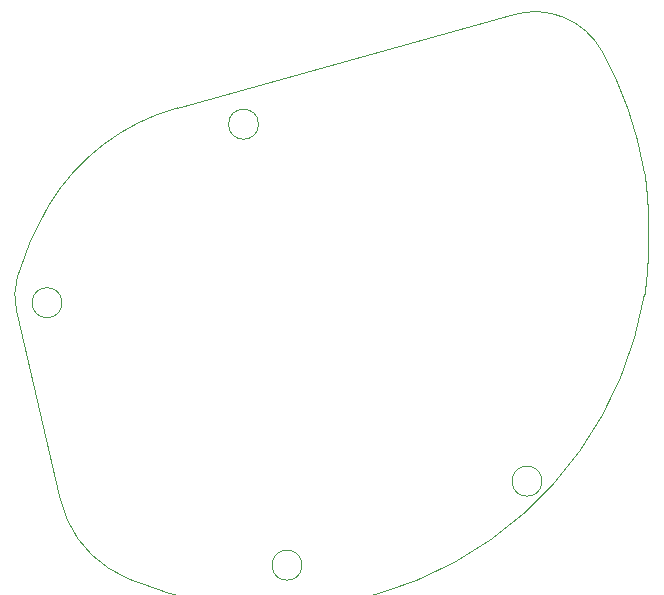
<source format=gbr>
%TF.GenerationSoftware,KiCad,Pcbnew,7.0.6*%
%TF.CreationDate,2024-08-01T17:58:24-04:00*%
%TF.ProjectId,Arduino_Motor_Shield,41726475-696e-46f5-9f4d-6f746f725f53,rev?*%
%TF.SameCoordinates,Original*%
%TF.FileFunction,Profile,NP*%
%FSLAX46Y46*%
G04 Gerber Fmt 4.6, Leading zero omitted, Abs format (unit mm)*
G04 Created by KiCad (PCBNEW 7.0.6) date 2024-08-01 17:58:24*
%MOMM*%
%LPD*%
G01*
G04 APERTURE LIST*
%TA.AperFunction,Profile*%
%ADD10C,0.100000*%
%TD*%
%ADD11C,0.100000*%
G04 APERTURE END LIST*
D10*
X165594368Y-63395632D02*
G75*
G03*
X158193494Y-60301979I-5668268J-3160768D01*
G01*
X169163987Y-73533002D02*
G75*
G03*
X165594397Y-63395616I-31290787J-5320998D01*
G01*
X119750906Y-101373778D02*
G75*
G03*
X123850392Y-107206344I9254094J2147378D01*
G01*
X136525000Y-69596000D02*
G75*
G03*
X136525000Y-69596000I-1270000J0D01*
G01*
X140208000Y-106934000D02*
G75*
G03*
X140208000Y-106934000I-1270000J0D01*
G01*
X119888000Y-84709000D02*
G75*
G03*
X119888000Y-84709000I-1270000J0D01*
G01*
X119750930Y-101373772D02*
X116027329Y-85326842D01*
X116100653Y-82558490D02*
G75*
G03*
X116027329Y-85326842I5284347J-1525110D01*
G01*
X129653236Y-68208346D02*
G75*
G03*
X118741955Y-76501782I4936264J-17818854D01*
G01*
X118741961Y-76501778D02*
G75*
G03*
X116101808Y-82554546I21847239J-13131722D01*
G01*
X123850389Y-107206348D02*
G75*
G03*
X125544806Y-108101913I5963111J9231548D01*
G01*
D11*
X169164000Y-84175072D02*
X169190163Y-84017196D01*
X169215067Y-83858804D01*
X169238740Y-83699893D01*
X169261209Y-83540460D01*
X169282502Y-83380502D01*
X169302648Y-83220017D01*
X169321676Y-83059003D01*
X169339612Y-82897457D01*
X169356485Y-82735377D01*
X169372324Y-82572759D01*
X169387157Y-82409601D01*
X169401011Y-82245900D01*
X169413915Y-82081655D01*
X169425896Y-81916863D01*
X169436984Y-81751520D01*
X169447207Y-81585624D01*
X169456591Y-81419174D01*
X169465166Y-81252165D01*
X169472960Y-81084596D01*
X169480001Y-80916464D01*
X169486316Y-80747767D01*
X169491935Y-80578501D01*
X169496885Y-80408665D01*
X169501195Y-80238256D01*
X169504892Y-80067271D01*
X169508005Y-79895707D01*
X169510562Y-79723562D01*
X169512590Y-79550834D01*
X169514119Y-79377520D01*
X169515176Y-79203617D01*
X169515790Y-79029123D01*
X169515989Y-78854036D01*
X169515989Y-78854036D02*
X169515790Y-78678948D01*
X169515176Y-78504454D01*
X169514119Y-78330551D01*
X169512590Y-78157237D01*
X169510562Y-77984509D01*
X169508005Y-77812364D01*
X169504892Y-77640800D01*
X169501195Y-77469815D01*
X169496885Y-77299406D01*
X169491935Y-77129570D01*
X169486316Y-76960304D01*
X169480001Y-76791607D01*
X169472960Y-76623475D01*
X169465166Y-76455906D01*
X169456591Y-76288897D01*
X169447207Y-76122447D01*
X169436984Y-75956551D01*
X169425896Y-75791208D01*
X169413915Y-75626416D01*
X169401011Y-75462171D01*
X169387157Y-75298470D01*
X169372324Y-75135312D01*
X169356485Y-74972694D01*
X169339612Y-74810614D01*
X169321676Y-74649068D01*
X169302648Y-74488054D01*
X169282502Y-74327569D01*
X169261209Y-74167611D01*
X169238740Y-74008178D01*
X169215067Y-73849267D01*
X169190163Y-73690875D01*
X169164000Y-73533000D01*
D10*
X125544805Y-108101915D02*
G75*
G03*
X169164000Y-84175072I12328395J29247875D01*
G01*
X160528000Y-99822000D02*
G75*
G03*
X160528000Y-99822000I-1270000J0D01*
G01*
X129653238Y-68208353D02*
X158193504Y-60302014D01*
M02*

</source>
